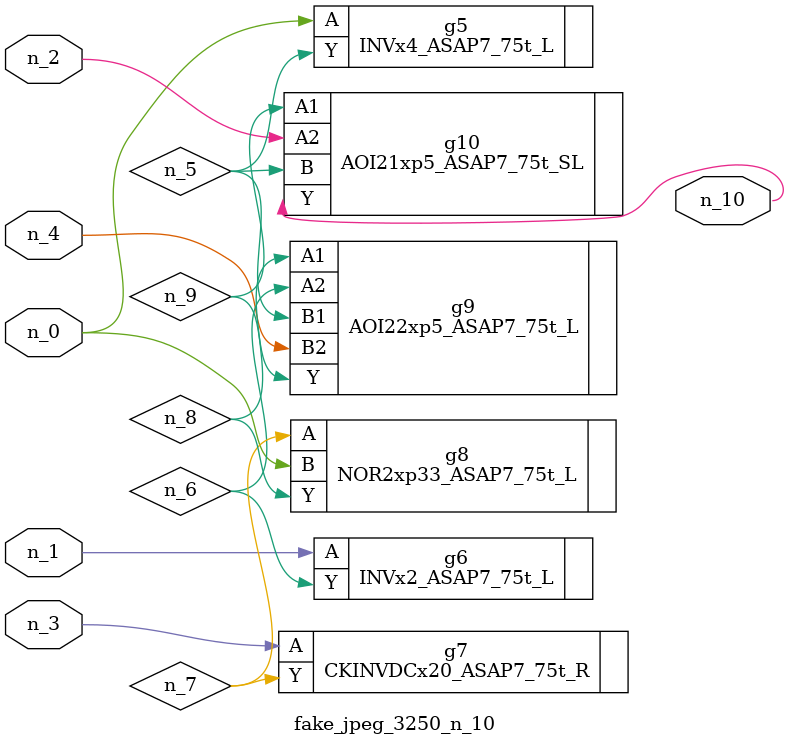
<source format=v>
module fake_jpeg_3250_n_10 (n_3, n_2, n_1, n_0, n_4, n_10);

input n_3;
input n_2;
input n_1;
input n_0;
input n_4;

output n_10;

wire n_8;
wire n_9;
wire n_6;
wire n_5;
wire n_7;

INVx4_ASAP7_75t_L g5 ( 
.A(n_0),
.Y(n_5)
);

INVx2_ASAP7_75t_L g6 ( 
.A(n_1),
.Y(n_6)
);

CKINVDCx20_ASAP7_75t_R g7 ( 
.A(n_3),
.Y(n_7)
);

NOR2xp33_ASAP7_75t_L g8 ( 
.A(n_7),
.B(n_0),
.Y(n_8)
);

AOI22xp5_ASAP7_75t_L g9 ( 
.A1(n_8),
.A2(n_6),
.B1(n_5),
.B2(n_4),
.Y(n_9)
);

AOI21xp5_ASAP7_75t_SL g10 ( 
.A1(n_9),
.A2(n_2),
.B(n_5),
.Y(n_10)
);


endmodule
</source>
